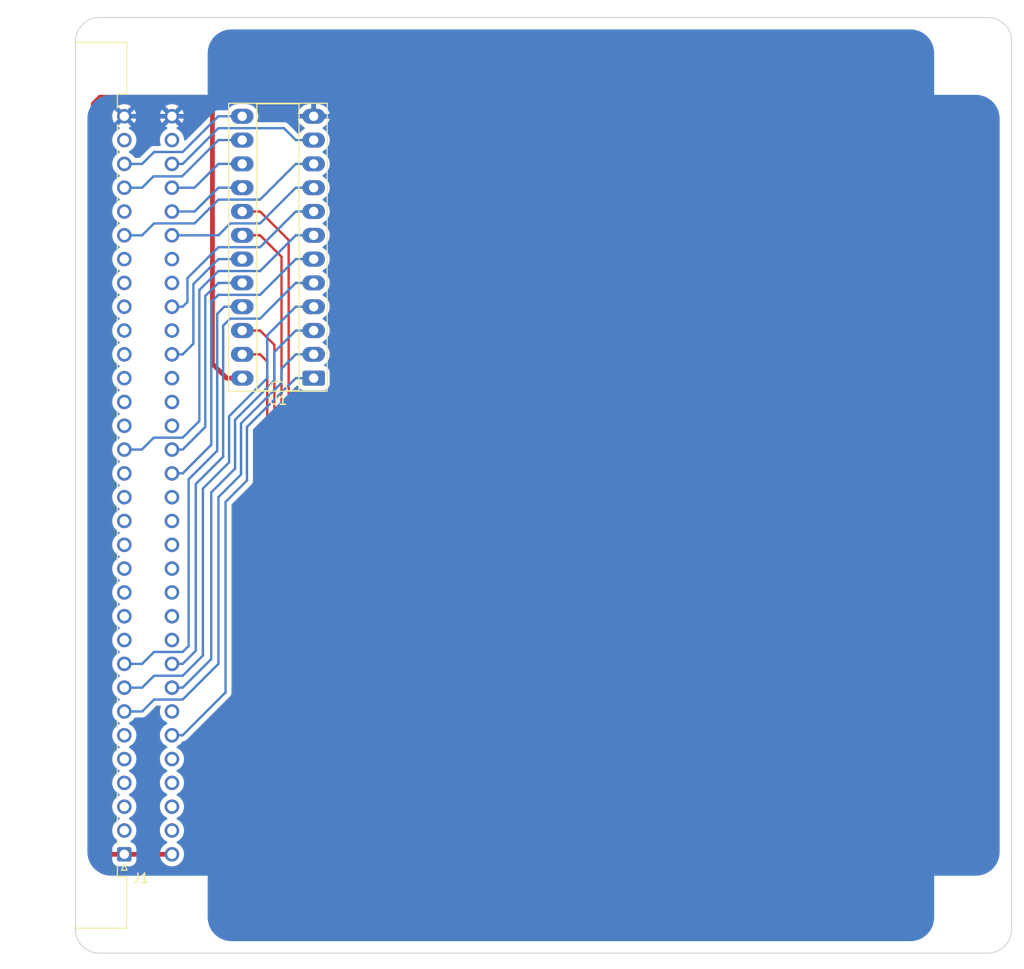
<source format=kicad_pcb>
(kicad_pcb (version 20241229) (generator "pcbnew") (generator_version "9.0")
  (title_block (title "Minimalist Europe Card Bus (MECB) Board Template") (date "2025-05") (rev "1.0") (company "DigicoolThings.com") (comment 1 "For Minimalist Europe Card Bus (MECB).") (comment 2 "U1 PLD positioning provides for ZIF socket space, with Narrow DIP24 ZIF friendly footprint.") (comment 3 "Includes a standardised 4 chip-select output ATF22V10 PLD Address Decoder. ") (comment 4 "Schematic & standardised PCB outline Templates for creating MECB boards."))
  (layers (0 "F.Cu" signal) (2 "B.Cu" signal) (13 "F.Paste" user) (15 "B.Paste" user) (5 "F.SilkS" user "F.Silkscreen") (7 "B.SilkS" user "B.Silkscreen") (1 "F.Mask" user) (3 "B.Mask" user) (25 "Edge.Cuts" user))
  (net 0 "")
  (net 1 "GND")
  (net 2 "+5V")
  (net 3 "ECB_RESET")
  (net 4 "ECB_MREQ")
  (net 5 "ECB_CLK")
  (net 6 "/ECB_D5")
  (net 7 "/ECB_D6")
  (net 8 "ECB_RD")
  (net 9 "ECB_WR")
  (net 10 "ECB_INT")
  (net 11 "/ECB_D3")
  (net 12 "/ECB_D4")
  (net 13 "/ECB_A2")
  (net 14 "/ECB_A14")
  (net 15 "ECB_IORQ")
  (net 16 "/ECB_D0")
  (net 17 "/ECB_D7")
  (net 18 "/ECB_D2")
  (net 19 "/ECB_A0")
  (net 20 "/ECB_A10")
  (net 21 "/ECB_A1")
  (net 22 "CS0")
  (net 23 "CS1")
  (net 24 "CS2")
  (net 25 "/ECB_D1")
  (net 44 "ECB_NMI")
  (net 55 "CS3")
  (net 56 "/ECB_A15")
  (net 57 "/ECB_A5")
  (net 58 "/ECB_A11")
  (net 59 "/ECB_A9")
  (net 60 "/ECB_A6")
  (net 61 "/ECB_A13")
  (net 62 "/ECB_A3")
  (net 63 "/ECB_A8")
  (net 64 "/ECB_A7")
  (net 65 "/ECB_A4")
  (net 66 "/ECB_A12")
  (footprint "MountingHole:MountingHole_3.2mm_M3" (layer "F.Cu") (at 192.532 50.419)
    (property "Reference" "H1" (hide yes))
    (property "Value" "MountingHole")
    (pad "" np_thru_hole circle (at 0 0) (size 3.2 3.2) (drill 3.2) (layers "*.Cu" "*.Mask"))
  )
  (footprint "MountingHole:MountingHole_3.2mm_M3" (layer "F.Cu") (at 192.532 142.621)
    (property "Reference" "H2" (hide yes))
    (property "Value" "MountingHole")
    (pad "" np_thru_hole circle (at 0 0) (size 3.2 3.2) (drill 3.2) (layers "*.Cu" "*.Mask"))
  )
  (footprint "MountingHole:MountingHole_3.2mm_M3" (layer "F.Cu") (at 106.172 50.419)
    (property "Reference" "H3" (hide yes))
    (property "Value" "MountingHole")
    (pad "" np_thru_hole circle (at 0 0) (size 3.2 3.2) (drill 3.2) (layers "*.Cu" "*.Mask"))
  )
  (footprint "MountingHole:MountingHole_3.2mm_M3" (layer "F.Cu") (at 106.172 142.621)
    (property "Reference" "H4" (hide yes))
    (property "Value" "MountingHole")
    (pad "" np_thru_hole circle (at 0 0) (size 3.2 3.2) (drill 3.2) (layers "*.Cu" "*.Mask"))
  )
  (footprint "MyCustomFootprintLibrary:DIN41612_C_2x32_C64AC_Male_Horizontal_THT" (layer "F.Cu") (at 101.727 135.89 90)
    (property "Reference" "J1" (at -2.54 1.778 180) (layer "F.SilkS"))
    (property "Value" "MECB_64AC")
    (fp_line (start 86.63 -5.3) (end 86.63 0.26) (stroke (width 0.12)) (layer "F.SilkS"))
    (fp_line (start -7.89 -5.3) (end -7.89 0.26) (stroke (width 0.12)) (layer "F.SilkS"))
    (fp_line (start 79.61 -0.74) (end 81.11 -0.74) (stroke (width 0.12)) (layer "F.SilkS"))
    (fp_line (start 77.07 -0.74) (end 77.871 -0.74) (stroke (width 0.12)) (layer "F.SilkS"))
    (fp_line (start 74.53 -0.74) (end 75.331 -0.74) (stroke (width 0.12)) (layer "F.SilkS"))
    (fp_line (start 71.99 -0.74) (end 72.791 -0.74) (stroke (width 0.12)) (layer "F.SilkS"))
    (fp_line (start 69.45 -0.74) (end 70.251 -0.74) (stroke (width 0.12)) (layer "F.SilkS"))
    (fp_line (start 66.91 -0.74) (end 67.711 -0.74) (stroke (width 0.12)) (layer "F.SilkS"))
    (fp_line (start 64.37 -0.74) (end 65.171 -0.74) (stroke (width 0.12)) (layer "F.SilkS"))
    (fp_line (start 61.83 -0.74) (end 62.631 -0.74) (stroke (width 0.12)) (layer "F.SilkS"))
    (fp_line (start 59.29 -0.74) (end 60.091 -0.74) (stroke (width 0.12)) (layer "F.SilkS"))
    (fp_line (start 56.75 -0.74) (end 57.551 -0.74) (stroke (width 0.12)) (layer "F.SilkS"))
    (fp_line (start 54.21 -0.74) (end 55.011 -0.74) (stroke (width 0.12)) (layer "F.SilkS"))
    (fp_line (start 51.67 -0.74) (end 52.471 -0.74) (stroke (width 0.12)) (layer "F.SilkS"))
    (fp_line (start 49.13 -0.74) (end 49.931 -0.74) (stroke (width 0.12)) (layer "F.SilkS"))
    (fp_line (start 46.59 -0.74) (end 47.391 -0.74) (stroke (width 0.12)) (layer "F.SilkS"))
    (fp_line (start 44.05 -0.74) (end 44.851 -0.74) (stroke (width 0.12)) (layer "F.SilkS"))
    (fp_line (start 41.51 -0.74) (end 42.311 -0.74) (stroke (width 0.12)) (layer "F.SilkS"))
    (fp_line (start 38.97 -0.74) (end 39.771 -0.74) (stroke (width 0.12)) (layer "F.SilkS"))
    (fp_line (start 36.43 -0.74) (end 37.231 -0.74) (stroke (width 0.12)) (layer "F.SilkS"))
    (fp_line (start 33.89 -0.74) (end 34.691 -0.74) (stroke (width 0.12)) (layer "F.SilkS"))
    (fp_line (start 31.35 -0.74) (end 32.151 -0.74) (stroke (width 0.12)) (layer "F.SilkS"))
    (fp_line (start 28.81 -0.74) (end 29.611 -0.74) (stroke (width 0.12)) (layer "F.SilkS"))
    (fp_line (start 26.27 -0.74) (end 27.071 -0.74) (stroke (width 0.12)) (layer "F.SilkS"))
    (fp_line (start 23.73 -0.74) (end 24.531 -0.74) (stroke (width 0.12)) (layer "F.SilkS"))
    (fp_line (start 21.19 -0.74) (end 21.991 -0.74) (stroke (width 0.12)) (layer "F.SilkS"))
    (fp_line (start 18.65 -0.74) (end 19.451 -0.74) (stroke (width 0.12)) (layer "F.SilkS"))
    (fp_line (start 16.11 -0.74) (end 16.911 -0.74) (stroke (width 0.12)) (layer "F.SilkS"))
    (fp_line (start 13.57 -0.74) (end 14.371 -0.74) (stroke (width 0.12)) (layer "F.SilkS"))
    (fp_line (start 11.03 -0.74) (end 11.831 -0.74) (stroke (width 0.12)) (layer "F.SilkS"))
    (fp_line (start 8.49 -0.74) (end 9.291 -0.74) (stroke (width 0.12)) (layer "F.SilkS"))
    (fp_line (start 5.95 -0.74) (end 6.751 -0.74) (stroke (width 0.12)) (layer "F.SilkS"))
    (fp_line (start 3.41 -0.74) (end 4.211 -0.74) (stroke (width 0.12)) (layer "F.SilkS"))
    (fp_line (start 1.095 -0.74) (end 1.671 -0.74) (stroke (width 0.12)) (layer "F.SilkS"))
    (fp_line (start -2.371 -0.74) (end -1.095 -0.74) (stroke (width 0.12)) (layer "F.SilkS"))
    (fp_line (start -1.695 -0.3) (end -1.695 0.3) (stroke (width 0.12)) (layer "F.SilkS"))
    (fp_line (start -1.095 0) (end -1.695 -0.3) (stroke (width 0.12)) (layer "F.SilkS"))
    (fp_line (start 86.63 0.26) (end 81.11 0.26) (stroke (width 0.12)) (layer "F.SilkS"))
    (fp_line (start 81.11 0.26) (end 81.11 -0.74) (stroke (width 0.12)) (layer "F.SilkS"))
    (fp_line (start -2.37 0.26) (end -2.37 -0.74) (stroke (width 0.12)) (layer "F.SilkS"))
    (fp_line (start -7.89 0.26) (end -2.37 0.26) (stroke (width 0.12)) (layer "F.SilkS"))
    (fp_line (start -1.695 0.3) (end -1.095 0) (stroke (width 0.12)) (layer "F.SilkS"))
    (pad "" np_thru_hole circle (at -5.08 -2.54 90) (size 2.85 2.85) (drill 2.85) (layers "*.Cu" "*.Mask"))
    (pad "" np_thru_hole circle (at 83.82 -2.54 90) (size 2.85 2.85) (drill 2.85) (layers "*.Cu" "*.Mask"))
    (pad "A1" thru_hole roundrect (at 0 0 90) (size 1.55 1.55) (drill 1) (layers "*.Cu" "*.Mask") (roundrect_rratio 0.161) (net 2 "+5V"))
    (pad "A2" thru_hole circle (at 2.54 0 90) (size 1.55 1.55) (drill 1) (layers "*.Cu" "*.Mask") (net 6 "/ECB_D5"))
    (pad "A3" thru_hole circle (at 5.08 0 90) (size 1.55 1.55) (drill 1) (layers "*.Cu" "*.Mask") (net 7 "/ECB_D6"))
    (pad "A4" thru_hole circle (at 7.62 0 90) (size 1.55 1.55) (drill 1) (layers "*.Cu" "*.Mask") (net 11 "/ECB_D3"))
    (pad "A5" thru_hole circle (at 10.16 0 90) (size 1.55 1.55) (drill 1) (layers "*.Cu" "*.Mask") (net 12 "/ECB_D4"))
    (pad "A6" thru_hole circle (at 12.7 0 90) (size 1.55 1.55) (drill 1) (layers "*.Cu" "*.Mask") (net 13 "/ECB_A2"))
    (pad "A7" thru_hole circle (at 15.24 0 90) (size 1.55 1.55) (drill 1) (layers "*.Cu" "*.Mask") (net 65 "/ECB_A4"))
    (pad "A8" thru_hole circle (at 17.78 0 90) (size 1.55 1.55) (drill 1) (layers "*.Cu" "*.Mask") (net 57 "/ECB_A5"))
    (pad "A9" thru_hole circle (at 20.32 0 90) (size 1.55 1.55) (drill 1) (layers "*.Cu" "*.Mask") (net 60 "/ECB_A6"))
    (pad "A10" thru_hole circle (at 22.86 0 90) (size 1.55 1.55) (drill 1) (layers "*.Cu" "*.Mask"))
    (pad "A11" thru_hole circle (at 25.4 0 90) (size 1.55 1.55) (drill 1) (layers "*.Cu" "*.Mask"))
    (pad "A12" thru_hole circle (at 27.94 0 90) (size 1.55 1.55) (drill 1) (layers "*.Cu" "*.Mask"))
    (pad "A13" thru_hole circle (at 30.48 0 90) (size 1.55 1.55) (drill 1) (layers "*.Cu" "*.Mask"))
    (pad "A14" thru_hole circle (at 33.02 0 90) (size 1.55 1.55) (drill 1) (layers "*.Cu" "*.Mask"))
    (pad "A15" thru_hole circle (at 35.56 0 90) (size 1.55 1.55) (drill 1) (layers "*.Cu" "*.Mask"))
    (pad "A16" thru_hole circle (at 38.1 0 90) (size 1.55 1.55) (drill 1) (layers "*.Cu" "*.Mask"))
    (pad "A17" thru_hole circle (at 40.64 0 90) (size 1.55 1.55) (drill 1) (layers "*.Cu" "*.Mask"))
    (pad "A18" thru_hole circle (at 43.18 0 90) (size 1.55 1.55) (drill 1) (layers "*.Cu" "*.Mask") (net 14 "/ECB_A14"))
    (pad "A19" thru_hole circle (at 45.72 0 90) (size 1.55 1.55) (drill 1) (layers "*.Cu" "*.Mask"))
    (pad "A20" thru_hole circle (at 48.26 0 90) (size 1.55 1.55) (drill 1) (layers "*.Cu" "*.Mask"))
    (pad "A21" thru_hole circle (at 50.8 0 90) (size 1.55 1.55) (drill 1) (layers "*.Cu" "*.Mask"))
    (pad "A22" thru_hole circle (at 53.34 0 90) (size 1.55 1.55) (drill 1) (layers "*.Cu" "*.Mask"))
    (pad "A23" thru_hole circle (at 55.88 0 90) (size 1.55 1.55) (drill 1) (layers "*.Cu" "*.Mask"))
    (pad "A24" thru_hole circle (at 58.42 0 90) (size 1.55 1.55) (drill 1) (layers "*.Cu" "*.Mask"))
    (pad "A25" thru_hole circle (at 60.96 0 90) (size 1.55 1.55) (drill 1) (layers "*.Cu" "*.Mask"))
    (pad "A26" thru_hole circle (at 63.5 0 90) (size 1.55 1.55) (drill 1) (layers "*.Cu" "*.Mask"))
    (pad "A27" thru_hole circle (at 66.04 0 90) (size 1.55 1.55) (drill 1) (layers "*.Cu" "*.Mask") (net 15 "ECB_IORQ"))
    (pad "A28" thru_hole circle (at 68.58 0 90) (size 1.55 1.55) (drill 1) (layers "*.Cu" "*.Mask"))
    (pad "A29" thru_hole circle (at 71.12 0 90) (size 1.55 1.55) (drill 1) (layers "*.Cu" "*.Mask") (net 61 "/ECB_A13"))
    (pad "A30" thru_hole circle (at 73.66 0 90) (size 1.55 1.55) (drill 1) (layers "*.Cu" "*.Mask") (net 59 "/ECB_A9"))
    (pad "A31" thru_hole circle (at 76.2 0 90) (size 1.55 1.55) (drill 1) (layers "*.Cu" "*.Mask"))
    (pad "A32" thru_hole circle (at 78.74 0 90) (size 1.55 1.55) (drill 1) (layers "*.Cu" "*.Mask") (net 1 "GND"))
    (pad "C1" thru_hole circle (at 0 5.08 90) (size 1.55 1.55) (drill 1) (layers "*.Cu" "*.Mask") (net 2 "+5V"))
    (pad "C2" thru_hole circle (at 2.54 5.08 90) (size 1.55 1.55) (drill 1) (layers "*.Cu" "*.Mask") (net 16 "/ECB_D0"))
    (pad "C3" thru_hole circle (at 5.08 5.08 90) (size 1.55 1.55) (drill 1) (layers "*.Cu" "*.Mask") (net 17 "/ECB_D7"))
    (pad "C4" thru_hole circle (at 7.62 5.08 90) (size 1.55 1.55) (drill 1) (layers "*.Cu" "*.Mask") (net 18 "/ECB_D2"))
    (pad "C5" thru_hole circle (at 10.16 5.08 90) (size 1.55 1.55) (drill 1) (layers "*.Cu" "*.Mask") (net 19 "/ECB_A0"))
    (pad "C6" thru_hole circle (at 12.7 5.08 90) (size 1.55 1.55) (drill 1) (layers "*.Cu" "*.Mask") (net 62 "/ECB_A3"))
    (pad "C7" thru_hole circle (at 15.24 5.08 90) (size 1.55 1.55) (drill 1) (layers "*.Cu" "*.Mask") (net 21 "/ECB_A1"))
    (pad "C8" thru_hole circle (at 17.78 5.08 90) (size 1.55 1.55) (drill 1) (layers "*.Cu" "*.Mask") (net 63 "/ECB_A8"))
    (pad "C9" thru_hole circle (at 20.32 5.08 90) (size 1.55 1.55) (drill 1) (layers "*.Cu" "*.Mask") (net 64 "/ECB_A7"))
    (pad "C10" thru_hole circle (at 22.86 5.08 90) (size 1.55 1.55) (drill 1) (layers "*.Cu" "*.Mask"))
    (pad "C11" thru_hole circle (at 25.4 5.08 90) (size 1.55 1.55) (drill 1) (layers "*.Cu" "*.Mask"))
    (pad "C12" thru_hole circle (at 27.94 5.08 90) (size 1.55 1.55) (drill 1) (layers "*.Cu" "*.Mask"))
    (pad "C13" thru_hole circle (at 30.48 5.08 90) (size 1.55 1.55) (drill 1) (layers "*.Cu" "*.Mask"))
    (pad "C14" thru_hole circle (at 33.02 5.08 90) (size 1.55 1.55) (drill 1) (layers "*.Cu" "*.Mask") (net 25 "/ECB_D1"))
    (pad "C15" thru_hole circle (at 35.56 5.08 90) (size 1.55 1.55) (drill 1) (layers "*.Cu" "*.Mask"))
    (pad "C16" thru_hole circle (at 38.1 5.08 90) (size 1.55 1.55) (drill 1) (layers "*.Cu" "*.Mask"))
    (pad "C17" thru_hole circle (at 40.64 5.08 90) (size 1.55 1.55) (drill 1) (layers "*.Cu" "*.Mask") (net 58 "/ECB_A11"))
    (pad "C18" thru_hole circle (at 43.18 5.08 90) (size 1.55 1.55) (drill 1) (layers "*.Cu" "*.Mask") (net 20 "/ECB_A10"))
    (pad "C19" thru_hole circle (at 45.72 5.08 90) (size 1.55 1.55) (drill 1) (layers "*.Cu" "*.Mask"))
    (pad "C20" thru_hole circle (at 48.26 5.08 90) (size 1.55 1.55) (drill 1) (layers "*.Cu" "*.Mask") (net 44 "ECB_NMI"))
    (pad "C21" thru_hole circle (at 50.8 5.08 90) (size 1.55 1.55) (drill 1) (layers "*.Cu" "*.Mask") (net 10 "ECB_INT"))
    (pad "C22" thru_hole circle (at 53.34 5.08 90) (size 1.55 1.55) (drill 1) (layers "*.Cu" "*.Mask") (net 9 "ECB_WR"))
    (pad "C23" thru_hole circle (at 55.88 5.08 90) (size 1.55 1.55) (drill 1) (layers "*.Cu" "*.Mask"))
    (pad "C24" thru_hole circle (at 58.42 5.08 90) (size 1.55 1.55) (drill 1) (layers "*.Cu" "*.Mask") (net 8 "ECB_RD"))
    (pad "C25" thru_hole circle (at 60.96 5.08 90) (size 1.55 1.55) (drill 1) (layers "*.Cu" "*.Mask"))
    (pad "C26" thru_hole circle (at 63.5 5.08 90) (size 1.55 1.55) (drill 1) (layers "*.Cu" "*.Mask"))
    (pad "C27" thru_hole circle (at 66.04 5.08 90) (size 1.55 1.55) (drill 1) (layers "*.Cu" "*.Mask") (net 66 "/ECB_A12"))
    (pad "C28" thru_hole circle (at 68.58 5.08 90) (size 1.55 1.55) (drill 1) (layers "*.Cu" "*.Mask") (net 56 "/ECB_A15"))
    (pad "C29" thru_hole circle (at 71.12 5.08 90) (size 1.55 1.55) (drill 1) (layers "*.Cu" "*.Mask") (net 5 "ECB_CLK"))
    (pad "C30" thru_hole circle (at 73.66 5.08 90) (size 1.55 1.55) (drill 1) (layers "*.Cu" "*.Mask") (net 4 "ECB_MREQ"))
    (pad "C31" thru_hole circle (at 76.2 5.08 90) (size 1.55 1.55) (drill 1) (layers "*.Cu" "*.Mask") (net 3 "ECB_RESET"))
    (pad "C32" thru_hole circle (at 78.74 5.08 90) (size 1.55 1.55) (drill 1) (layers "*.Cu" "*.Mask") (net 1 "GND"))
  )
  (footprint "MyCustomFootprintLibrary:DIP-24_W7.62mm_Socket_LongPads_ZIF_Friendly" (layer "F.Cu") (at 121.92 85.09 180)
    (property "Reference" "U1" (at 3.81 -2.33 0) (layer "F.SilkS"))
    (property "Value" "ATF22V10C-15PU")
    (fp_line (start 6.06 29.27) (end 6.06 -1.33) (stroke (width 0.12)) (layer "F.SilkS"))
    (fp_line (start 6.06 -1.33) (end 4.81 -1.33) (stroke (width 0.12)) (layer "F.SilkS"))
    (fp_line (start 2.81 -1.33) (end 1.56 -1.33) (stroke (width 0.12)) (layer "F.SilkS"))
    (fp_line (start 1.56 29.27) (end 6.06 29.27) (stroke (width 0.12)) (layer "F.SilkS"))
    (fp_line (start 1.56 -1.33) (end 1.56 29.27) (stroke (width 0.12)) (layer "F.SilkS"))
    (fp_rect (start -1.44 -1.39) (end 9.06 29.33) (stroke (width 0.12)) (fill no) (layer "F.SilkS"))
    (fp_arc (start 4.81 -1.33) (mid 3.81 -0.33) (end 2.81 -1.33) (stroke (width 0.12)) (layer "F.SilkS"))
    (pad "1" thru_hole roundrect (at 0 0 180) (size 2.4 1.6) (drill 1) (layers "*.Cu" "*.Mask") (roundrect_rratio 0.15625) (net 62 "/ECB_A3"))
    (pad "2" thru_hole oval (at 0 2.54 180) (size 2.4 1.6) (drill 1) (layers "*.Cu" "*.Mask") (net 65 "/ECB_A4"))
    (pad "3" thru_hole oval (at 0 5.08 180) (size 2.4 1.6) (drill 1) (layers "*.Cu" "*.Mask") (net 63 "/ECB_A8"))
    (pad "4" thru_hole oval (at 0 7.62 180) (size 2.4 1.6) (drill 1) (layers "*.Cu" "*.Mask") (net 57 "/ECB_A5"))
    (pad "5" thru_hole oval (at 0 10.16 180) (size 2.4 1.6) (drill 1) (layers "*.Cu" "*.Mask") (net 64 "/ECB_A7"))
    (pad "6" thru_hole oval (at 0 12.7 180) (size 2.4 1.6) (drill 1) (layers "*.Cu" "*.Mask") (net 58 "/ECB_A11"))
    (pad "7" thru_hole oval (at 0 15.24 180) (size 2.4 1.6) (drill 1) (layers "*.Cu" "*.Mask") (net 14 "/ECB_A14"))
    (pad "8" thru_hole oval (at 0 17.78 180) (size 2.4 1.6) (drill 1) (layers "*.Cu" "*.Mask") (net 8 "ECB_RD"))
    (pad "9" thru_hole oval (at 0 20.32 180) (size 2.4 1.6) (drill 1) (layers "*.Cu" "*.Mask") (net 66 "/ECB_A12"))
    (pad "10" thru_hole oval (at 0 22.86 180) (size 2.4 1.6) (drill 1) (layers "*.Cu" "*.Mask") (net 15 "ECB_IORQ"))
    (pad "11" thru_hole oval (at 0 25.4 180) (size 2.4 1.6) (drill 1) (layers "*.Cu" "*.Mask") (net 4 "ECB_MREQ"))
    (pad "12" thru_hole oval (at 0 27.94 180) (size 2.4 1.6) (drill 1) (layers "*.Cu" "*.Mask") (net 1 "GND"))
    (pad "13" thru_hole oval (at 7.62 27.94 180) (size 2.4 1.6) (drill 1) (layers "*.Cu" "*.Mask") (net 59 "/ECB_A9"))
    (pad "14" thru_hole oval (at 7.62 25.4 180) (size 2.4 1.6) (drill 1) (layers "*.Cu" "*.Mask") (net 61 "/ECB_A13"))
    (pad "15" thru_hole oval (at 7.62 22.86 180) (size 2.4 1.6) (drill 1) (layers "*.Cu" "*.Mask") (net 5 "ECB_CLK"))
    (pad "16" thru_hole oval (at 7.62 20.32 180) (size 2.4 1.6) (drill 1) (layers "*.Cu" "*.Mask") (net 56 "/ECB_A15"))
    (pad "17" thru_hole oval (at 7.62 17.78 180) (size 2.4 1.6) (drill 1) (layers "*.Cu" "*.Mask") (net 55 "CS3"))
    (pad "18" thru_hole oval (at 7.62 15.24 180) (size 2.4 1.6) (drill 1) (layers "*.Cu" "*.Mask") (net 24 "CS2"))
    (pad "19" thru_hole oval (at 7.62 12.7 180) (size 2.4 1.6) (drill 1) (layers "*.Cu" "*.Mask") (net 9 "ECB_WR"))
    (pad "20" thru_hole oval (at 7.62 10.16 180) (size 2.4 1.6) (drill 1) (layers "*.Cu" "*.Mask") (net 20 "/ECB_A10"))
    (pad "21" thru_hole oval (at 7.62 7.62 180) (size 2.4 1.6) (drill 1) (layers "*.Cu" "*.Mask") (net 60 "/ECB_A6"))
    (pad "22" thru_hole oval (at 7.62 5.08 180) (size 2.4 1.6) (drill 1) (layers "*.Cu" "*.Mask") (net 23 "CS1"))
    (pad "23" thru_hole oval (at 7.62 2.54 180) (size 2.4 1.6) (drill 1) (layers "*.Cu" "*.Mask") (net 22 "CS0"))
    (pad "24" thru_hole oval (at 7.62 0 180) (size 2.4 1.6) (drill 1) (layers "*.Cu" "*.Mask") (net 2 "+5V"))
  )
  (gr_arc (start 196.342 143.891) (mid 195.598051 145.687051) (end 193.802 146.431) (stroke (width 0.1)) (layer "Edge.Cuts"))
  (gr_line (start 193.802 46.609) (end 99.06 46.609) (stroke (width 0.1)) (layer "Edge.Cuts"))
  (gr_arc (start 193.802 46.609) (mid 195.598051 47.352949) (end 196.342 49.149) (stroke (width 0.1)) (layer "Edge.Cuts"))
  (gr_line (start 196.342 143.891) (end 196.342 49.149) (stroke (width 0.1)) (layer "Edge.Cuts"))
  (gr_line (start 99.06 146.431) (end 193.802 146.431) (stroke (width 0.1)) (layer "Edge.Cuts"))
  (gr_arc (start 96.52 49.149) (mid 97.263949 47.352949) (end 99.06 46.609) (stroke (width 0.1)) (layer "Edge.Cuts"))
  (gr_line (start 96.52 49.149) (end 96.52 143.891) (stroke (width 0.1)) (layer "Edge.Cuts"))
  (gr_arc (start 99.06 146.431) (mid 97.263949 145.687051) (end 96.52 143.891) (stroke (width 0.1)) (layer "Edge.Cuts"))
  (segment (start 101.727 57.15) (end 106.807 57.15) (width 0.508) (layer "B.Cu") (net 1))
  (segment (start 109.855 57.15) (end 112.395 54.61) (width 0.508) (layer "B.Cu") (net 1))
  (segment (start 121.285 54.61) (end 121.92 55.245) (width 0.508) (layer "B.Cu") (net 1))
  (segment (start 112.395 54.61) (end 121.285 54.61) (width 0.508) (layer "B.Cu") (net 1))
  (segment (start 106.807 57.15) (end 109.855 57.15) (width 0.508) (layer "B.Cu") (net 1))
  (segment (start 121.92 55.245) (end 121.92 57.15) (width 0.508) (layer "B.Cu") (net 1))
  (segment (start 99.1235 55.118) (end 98.425 55.8165) (width 0.508) (layer "F.Cu") (net 2))
  (segment (start 98.425 55.8165) (end 98.425 135.255) (width 0.508) (layer "F.Cu") (net 2))
  (segment (start 106.807 135.89) (end 101.727 135.89) (width 0.508) (layer "F.Cu") (net 2))
  (segment (start 112.649 85.09) (end 111.125 83.566) (width 0.508) (layer "F.Cu") (net 2))
  (segment (start 98.425 135.255) (end 99.06 135.89) (width 0.508) (layer "F.Cu") (net 2))
  (segment (start 111.125 83.566) (end 111.125 55.88) (width 0.508) (layer "F.Cu") (net 2))
  (segment (start 99.06 135.89) (end 101.727 135.89) (width 0.508) (layer "F.Cu") (net 2))
  (segment (start 111.125 55.88) (end 110.363 55.118) (width 0.508) (layer "F.Cu") (net 2))
  (segment (start 110.363 55.118) (end 99.1235 55.118) (width 0.508) (layer "F.Cu") (net 2))
  (segment (start 112.649 85.09) (end 114.3 85.09) (width 0.508) (layer "F.Cu") (net 2))
  (segment (start 120.015 59.69) (end 118.745 58.42) (width 0.254) (layer "B.Cu") (net 4))
  (segment (start 121.92 59.69) (end 120.015 59.69) (width 0.254) (layer "B.Cu") (net 4))
  (segment (start 107.95 62.23) (end 106.807 62.23) (width 0.254) (layer "B.Cu") (net 4))
  (segment (start 111.76 58.42) (end 107.95 62.23) (width 0.254) (layer "B.Cu") (net 4))
  (segment (start 118.745 58.42) (end 111.76 58.42) (width 0.254) (layer "B.Cu") (net 4))
  (segment (start 111.76 62.23) (end 109.22 64.77) (width 0.254) (layer "B.Cu") (net 5))
  (segment (start 109.22 64.77) (end 106.807 64.77) (width 0.254) (layer "B.Cu") (net 5))
  (segment (start 114.3 62.23) (end 111.76 62.23) (width 0.254) (layer "B.Cu") (net 5))
  (segment (start 121.92 67.31) (end 120.015 67.31) (width 0.254) (layer "B.Cu") (net 8))
  (segment (start 107.95 77.47) (end 106.807 77.47) (width 0.254) (layer "B.Cu") (net 8))
  (segment (start 116.205 71.12) (end 111.76 71.12) (width 0.254) (layer "B.Cu") (net 8))
  (segment (start 120.015 67.31) (end 116.205 71.12) (width 0.254) (layer "B.Cu") (net 8))
  (segment (start 108.458 76.962) (end 107.95 77.47) (width 0.254) (layer "B.Cu") (net 8))
  (segment (start 108.458 74.422) (end 108.458 76.962) (width 0.254) (layer "B.Cu") (net 8))
  (segment (start 111.76 71.12) (end 108.458 74.422) (width 0.254) (layer "B.Cu") (net 8))
  (segment (start 111.76 72.39) (end 109.093 75.057) (width 0.254) (layer "B.Cu") (net 9))
  (segment (start 114.3 72.39) (end 111.76 72.39) (width 0.254) (layer "B.Cu") (net 9))
  (segment (start 109.093 81.407) (end 107.95 82.55) (width 0.254) (layer "B.Cu") (net 9))
  (segment (start 107.95 82.55) (end 106.807 82.55) (width 0.254) (layer "B.Cu") (net 9))
  (segment (start 109.093 75.057) (end 109.093 81.407) (width 0.254) (layer "B.Cu") (net 9))
  (segment (start 116.205 73.66) (end 111.76 73.66) (width 0.254) (layer "B.Cu") (net 14))
  (segment (start 109.728 89.662) (end 107.95 91.44) (width 0.254) (layer "B.Cu") (net 14))
  (segment (start 107.95 91.44) (end 104.87025 91.44) (width 0.254) (layer "B.Cu") (net 14))
  (segment (start 120.015 69.85) (end 116.205 73.66) (width 0.254) (layer "B.Cu") (net 14))
  (segment (start 121.92 69.85) (end 120.015 69.85) (width 0.254) (layer "B.Cu") (net 14))
  (segment (start 104.87025 91.44) (end 103.60025 92.71) (width 0.254) (layer "B.Cu") (net 14))
  (segment (start 111.76 73.66) (end 109.728 75.692) (width 0.254) (layer "B.Cu") (net 14))
  (segment (start 103.60025 92.71) (end 101.727 92.71) (width 0.254) (layer "B.Cu") (net 14))
  (segment (start 109.728 75.692) (end 109.728 89.662) (width 0.254) (layer "B.Cu") (net 14))
  (segment (start 103.632 69.85) (end 101.727 69.85) (width 0.254) (layer "B.Cu") (net 15))
  (segment (start 116.205 66.04) (end 111.76 66.04) (width 0.254) (layer "B.Cu") (net 15))
  (segment (start 111.76 66.04) (end 109.22 68.58) (width 0.254) (layer "B.Cu") (net 15))
  (segment (start 104.902 68.58) (end 103.632 69.85) (width 0.254) (layer "B.Cu") (net 15))
  (segment (start 121.92 62.23) (end 120.015 62.23) (width 0.254) (layer "B.Cu") (net 15))
  (segment (start 109.22 68.58) (end 104.902 68.58) (width 0.254) (layer "B.Cu") (net 15))
  (segment (start 120.015 62.23) (end 116.205 66.04) (width 0.254) (layer "B.Cu") (net 15))
  (segment (start 110.363 90.297) (end 110.363 76.327) (width 0.254) (layer "B.Cu") (net 20))
  (segment (start 106.807 92.71) (end 107.95 92.71) (width 0.254) (layer "B.Cu") (net 20))
  (segment (start 110.363 76.327) (end 111.76 74.93) (width 0.254) (layer "B.Cu") (net 20))
  (segment (start 107.95 92.71) (end 110.363 90.297) (width 0.254) (layer "B.Cu") (net 20))
  (segment (start 111.76 74.93) (end 114.3 74.93) (width 0.254) (layer "B.Cu") (net 20))
  (segment (start 116.967 83.312) (end 116.967 93.98) (width 0.254) (layer "F.Cu") (net 22))
  (segment (start 114.3 82.55) (end 116.205 82.55) (width 0.254) (layer "F.Cu") (net 22))
  (segment (start 116.205 82.55) (end 116.967 83.312) (width 0.254) (layer "F.Cu") (net 22))
  (segment (start 114.3 80.01) (end 116.205 80.01) (width 0.254) (layer "F.Cu") (net 23))
  (segment (start 116.205 80.01) (end 117.729 81.534) (width 0.254) (layer "F.Cu") (net 23))
  (segment (start 117.729 81.534) (end 117.729 93.98) (width 0.254) (layer "F.Cu") (net 23))
  (segment (start 114.3 69.85) (end 116.205 69.85) (width 0.254) (layer "F.Cu") (net 24))
  (segment (start 118.491 72.136) (end 118.491 93.98) (width 0.254) (layer "F.Cu") (net 24))
  (segment (start 116.205 69.85) (end 118.491 72.136) (width 0.254) (layer "F.Cu") (net 24))
  (segment (start 119.253 70.358) (end 119.253 93.98) (width 0.254) (layer "F.Cu") (net 55))
  (segment (start 116.205 67.31) (end 119.253 70.358) (width 0.254) (layer "F.Cu") (net 55))
  (segment (start 114.3 67.31) (end 116.205 67.31) (width 0.254) (layer "F.Cu") (net 55))
  (segment (start 106.807 67.31) (end 109.22 67.31) (width 0.254) (layer "B.Cu") (net 56))
  (segment (start 109.22 67.31) (end 111.76 64.77) (width 0.254) (layer "B.Cu") (net 56))
  (segment (start 111.76 64.77) (end 114.3 64.77) (width 0.254) (layer "B.Cu") (net 56))
  (segment (start 116.967 80.518) (end 120.015 77.47) (width 0.254) (layer "B.Cu") (net 57))
  (segment (start 110.109 114.681) (end 110.109 96.86925) (width 0.254) (layer "B.Cu") (net 57))
  (segment (start 120.015 77.47) (end 121.92 77.47) (width 0.254) (layer "B.Cu") (net 57))
  (segment (start 110.109 96.86925) (end 112.903 94.07525) (width 0.254) (layer "B.Cu") (net 57))
  (segment (start 112.903 89.154) (end 116.967 85.09) (width 0.254) (layer "B.Cu") (net 57))
  (segment (start 116.967 85.09) (end 116.967 80.518) (width 0.254) (layer "B.Cu") (net 57))
  (segment (start 101.727 118.11) (end 103.632 118.11) (width 0.254) (layer "B.Cu") (net 57))
  (segment (start 103.632 118.11) (end 104.902 116.84) (width 0.254) (layer "B.Cu") (net 57))
  (segment (start 112.903 94.07525) (end 112.903 89.154) (width 0.254) (layer "B.Cu") (net 57))
  (segment (start 104.902 116.84) (end 107.95 116.84) (width 0.254) (layer "B.Cu") (net 57))
  (segment (start 107.95 116.84) (end 110.109 114.681) (width 0.254) (layer "B.Cu") (net 57))
  (segment (start 110.998 92.202) (end 107.95 95.25) (width 0.254) (layer "B.Cu") (net 58))
  (segment (start 116.205 76.2) (end 111.76 76.2) (width 0.254) (layer "B.Cu") (net 58))
  (segment (start 107.95 95.25) (end 106.807 95.25) (width 0.254) (layer "B.Cu") (net 58))
  (segment (start 121.92 72.39) (end 120.015 72.39) (width 0.254) (layer "B.Cu") (net 58))
  (segment (start 110.998 76.962) (end 110.998 92.202) (width 0.254) (layer "B.Cu") (net 58))
  (segment (start 120.015 72.39) (end 116.205 76.2) (width 0.254) (layer "B.Cu") (net 58))
  (segment (start 111.76 76.2) (end 110.998 76.962) (width 0.254) (layer "B.Cu") (net 58))
  (segment (start 103.632 62.23) (end 104.902 60.96) (width 0.254) (layer "B.Cu") (net 59))
  (segment (start 107.95 60.96) (end 111.76 57.15) (width 0.254) (layer "B.Cu") (net 59))
  (segment (start 111.76 57.15) (end 114.3 57.15) (width 0.254) (layer "B.Cu") (net 59))
  (segment (start 104.902 60.96) (end 107.95 60.96) (width 0.254) (layer "B.Cu") (net 59))
  (segment (start 101.727 62.23) (end 103.632 62.23) (width 0.254) (layer "B.Cu") (net 59))
  (segment (start 108.585 113.665) (end 108.585 95.885) (width 0.254) (layer "B.Cu") (net 60))
  (segment (start 112.395 77.47) (end 114.3 77.47) (width 0.254) (layer "B.Cu") (net 60))
  (segment (start 108.585 95.885) (end 111.633 92.837) (width 0.254) (layer "B.Cu") (net 60))
  (segment (start 111.633 78.232) (end 112.395 77.47) (width 0.254) (layer "B.Cu") (net 60))
  (segment (start 103.632 115.57) (end 104.902 114.3) (width 0.254) (layer "B.Cu") (net 60))
  (segment (start 104.902 114.3) (end 107.95 114.3) (width 0.254) (layer "B.Cu") (net 60))
  (segment (start 107.95 114.3) (end 108.585 113.665) (width 0.254) (layer "B.Cu") (net 60))
  (segment (start 114.933301 77.47) (end 114.3 77.47) (width 0.254) (layer "B.Cu") (net 60))
  (segment (start 101.727 115.57) (end 103.632 115.57) (width 0.254) (layer "B.Cu") (net 60))
  (segment (start 111.633 92.837) (end 111.633 78.232) (width 0.254) (layer "B.Cu") (net 60))
  (segment (start 107.8885 63.5615) (end 111.76 59.69) (width 0.254) (layer "B.Cu") (net 61))
  (segment (start 111.76 59.69) (end 114.3 59.69) (width 0.254) (layer "B.Cu") (net 61))
  (segment (start 104.8405 63.5615) (end 107.8885 63.5615) (width 0.254) (layer "B.Cu") (net 61))
  (segment (start 103.632 64.77) (end 104.8405 63.5615) (width 0.254) (layer "B.Cu") (net 61))
  (segment (start 101.727 64.77) (end 103.632 64.77) (width 0.254) (layer "B.Cu") (net 61))
  (segment (start 106.807 123.19) (end 107.95 123.19) (width 0.254) (layer "B.Cu") (net 62))
  (segment (start 112.522 98.298) (end 114.808 96.012) (width 0.254) (layer "B.Cu") (net 62))
  (segment (start 112.522 118.618) (end 112.522 98.298) (width 0.254) (layer "B.Cu") (net 62))
  (segment (start 114.808 96.012) (end 114.808 90.297) (width 0.254) (layer "B.Cu") (net 62))
  (segment (start 107.95 123.19) (end 112.522 118.618) (width 0.254) (layer "B.Cu") (net 62))
  (segment (start 114.808 90.297) (end 120.015 85.09) (width 0.254) (layer "B.Cu") (net 62))
  (segment (start 120.015 85.09) (end 121.92 85.09) (width 0.254) (layer "B.Cu") (net 62))
  (segment (start 113.538 94.742) (end 113.538 89.535) (width 0.254) (layer "B.Cu") (net 63))
  (segment (start 106.807 118.11) (end 107.95 118.11) (width 0.254) (layer "B.Cu") (net 63))
  (segment (start 117.729 82.296) (end 120.015 80.01) (width 0.254) (layer "B.Cu") (net 63))
  (segment (start 117.729 85.344) (end 117.729 82.296) (width 0.254) (layer "B.Cu") (net 63))
  (segment (start 113.538 89.535) (end 117.729 85.344) (width 0.254) (layer "B.Cu") (net 63))
  (segment (start 110.998 115.062) (end 110.998 97.282) (width 0.254) (layer "B.Cu") (net 63))
  (segment (start 110.998 97.282) (end 113.538 94.742) (width 0.254) (layer "B.Cu") (net 63))
  (segment (start 120.015 80.01) (end 121.92 80.01) (width 0.254) (layer "B.Cu") (net 63))
  (segment (start 107.95 118.11) (end 110.998 115.062) (width 0.254) (layer "B.Cu") (net 63))
  (segment (start 112.268 79.4893) (end 113.019392 78.737908) (width 0.254) (layer "B.Cu") (net 64))
  (segment (start 113.019392 78.737908) (end 116.201209 78.737908) (width 0.254) (layer "B.Cu") (net 64))
  (segment (start 109.347 96.393) (end 112.268 93.472) (width 0.254) (layer "B.Cu") (net 64))
  (segment (start 116.201209 78.737908) (end 120.009117 74.93) (width 0.254) (layer "B.Cu") (net 64))
  (segment (start 107.95 115.57) (end 109.347 114.173) (width 0.254) (layer "B.Cu") (net 64))
  (segment (start 120.009117 74.93) (end 121.92 74.93) (width 0.254) (layer "B.Cu") (net 64))
  (segment (start 106.807 115.57) (end 107.95 115.57) (width 0.254) (layer "B.Cu") (net 64))
  (segment (start 112.268 93.472) (end 112.268 79.4893) (width 0.254) (layer "B.Cu") (net 64))
  (segment (start 109.347 114.173) (end 109.347 96.393) (width 0.254) (layer "B.Cu") (net 64))
  (segment (start 107.95 119.38) (end 104.902 119.38) (width 0.254) (layer "B.Cu") (net 65))
  (segment (start 114.173 95.377) (end 111.76 97.79) (width 0.254) (layer "B.Cu") (net 65))
  (segment (start 118.491 84.074) (end 118.491 85.598) (width 0.254) (layer "B.Cu") (net 65))
  (segment (start 120.015 82.55) (end 118.491 84.074) (width 0.254) (layer "B.Cu") (net 65))
  (segment (start 111.76 115.57) (end 107.95 119.38) (width 0.254) (layer "B.Cu") (net 65))
  (segment (start 111.76 97.79) (end 111.76 115.57) (width 0.254) (layer "B.Cu") (net 65))
  (segment (start 121.92 82.55) (end 120.015 82.55) (width 0.254) (layer "B.Cu") (net 65))
  (segment (start 103.632 120.65) (end 101.727 120.65) (width 0.254) (layer "B.Cu") (net 65))
  (segment (start 118.491 85.598) (end 114.173 89.916) (width 0.254) (layer "B.Cu") (net 65))
  (segment (start 104.902 119.38) (end 103.632 120.65) (width 0.254) (layer "B.Cu") (net 65))
  (segment (start 114.173 89.916) (end 114.173 95.377) (width 0.254) (layer "B.Cu") (net 65))
  (segment (start 116.205 68.58) (end 120.015 64.77) (width 0.254) (layer "B.Cu") (net 66))
  (segment (start 113.03 68.58) (end 116.205 68.58) (width 0.254) (layer "B.Cu") (net 66))
  (segment (start 106.807 69.85) (end 111.76 69.85) (width 0.254) (layer "B.Cu") (net 66))
  (segment (start 120.015 64.77) (end 121.92 64.77) (width 0.254) (layer "B.Cu") (net 66))
  (segment (start 111.76 69.85) (end 113.03 68.58) (width 0.254) (layer "B.Cu") (net 66))
  (zone (net 1) (net_name "GND") (layer "B.Cu") (connect_pads (clearance 0.508)) (min_thickness 0.254) (fill yes (thermal_gap 0.508) (thermal_bridge_width 0.508) (smoothing fillet) (radius 2.54))
    (polygon (pts (xy 188.087 54.864) (xy 195.072 54.864) (xy 195.072 138.176) (xy 188.087 138.176) (xy 188.087 145.161) (xy 110.617 145.161) (xy 110.617 138.176) (xy 97.79 138.176) (xy 97.79 54.864) (xy 110.617 54.864) (xy 110.617 47.879) (xy 188.087 47.879)))
  )
)
</source>
